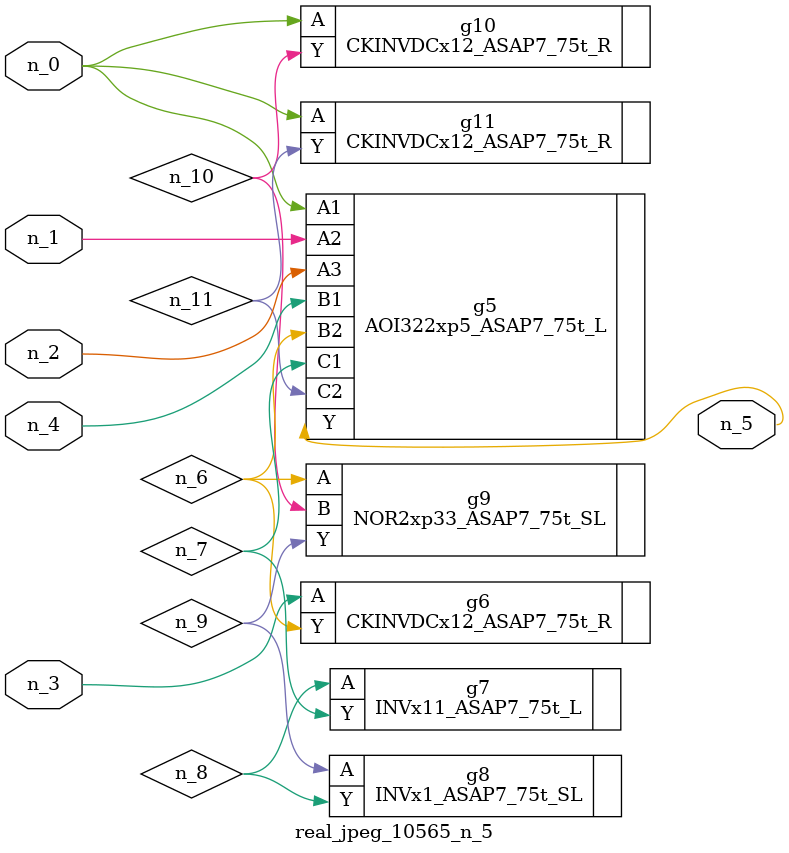
<source format=v>
module real_jpeg_10565_n_5 (n_4, n_0, n_1, n_2, n_3, n_5);

input n_4;
input n_0;
input n_1;
input n_2;
input n_3;

output n_5;

wire n_8;
wire n_11;
wire n_6;
wire n_7;
wire n_10;
wire n_9;

AOI322xp5_ASAP7_75t_L g5 ( 
.A1(n_0),
.A2(n_1),
.A3(n_2),
.B1(n_4),
.B2(n_6),
.C1(n_7),
.C2(n_11),
.Y(n_5)
);

CKINVDCx12_ASAP7_75t_R g10 ( 
.A(n_0),
.Y(n_10)
);

CKINVDCx12_ASAP7_75t_R g11 ( 
.A(n_0),
.Y(n_11)
);

CKINVDCx12_ASAP7_75t_R g6 ( 
.A(n_3),
.Y(n_6)
);

NOR2xp33_ASAP7_75t_SL g9 ( 
.A(n_6),
.B(n_10),
.Y(n_9)
);

INVx11_ASAP7_75t_L g7 ( 
.A(n_8),
.Y(n_7)
);

INVx1_ASAP7_75t_SL g8 ( 
.A(n_9),
.Y(n_8)
);


endmodule
</source>
